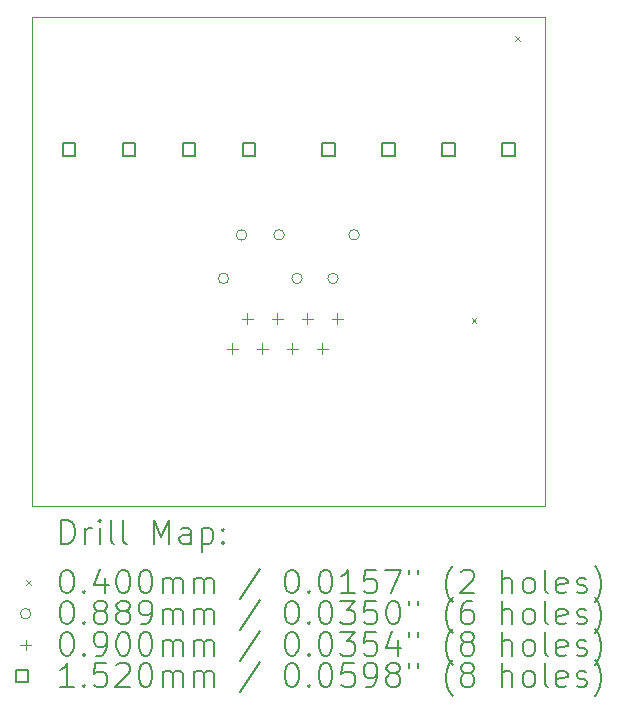
<source format=gbr>
%FSLAX45Y45*%
G04 Gerber Fmt 4.5, Leading zero omitted, Abs format (unit mm)*
G04 Created by KiCad (PCBNEW (6.0.0)) date 2022-08-05 10:14:32*
%MOMM*%
%LPD*%
G01*
G04 APERTURE LIST*
%TA.AperFunction,Profile*%
%ADD10C,0.100000*%
%TD*%
%ADD11C,0.200000*%
%ADD12C,0.040000*%
%ADD13C,0.088900*%
%ADD14C,0.090000*%
%ADD15C,0.152000*%
G04 APERTURE END LIST*
D10*
X9563100Y-11595100D02*
X13906500Y-11595100D01*
X13906500Y-11595100D02*
X13906500Y-15735300D01*
X13906500Y-15735300D02*
X9563100Y-15735300D01*
X9563100Y-15735300D02*
X9563100Y-11595100D01*
D11*
D12*
X13289600Y-14140500D02*
X13329600Y-14180500D01*
X13329600Y-14140500D02*
X13289600Y-14180500D01*
X13657900Y-11752900D02*
X13697900Y-11792900D01*
X13697900Y-11752900D02*
X13657900Y-11792900D01*
D13*
X11233150Y-13804900D02*
G75*
G03*
X11233150Y-13804900I-44450J0D01*
G01*
X11385550Y-13436600D02*
G75*
G03*
X11385550Y-13436600I-44450J0D01*
G01*
X11703050Y-13436600D02*
G75*
G03*
X11703050Y-13436600I-44450J0D01*
G01*
X11855450Y-13804900D02*
G75*
G03*
X11855450Y-13804900I-44450J0D01*
G01*
X12160250Y-13804900D02*
G75*
G03*
X12160250Y-13804900I-44450J0D01*
G01*
X12338050Y-13436600D02*
G75*
G03*
X12338050Y-13436600I-44450J0D01*
G01*
D14*
X11263950Y-14356000D02*
X11263950Y-14446000D01*
X11218950Y-14401000D02*
X11308950Y-14401000D01*
X11390950Y-14102000D02*
X11390950Y-14192000D01*
X11345950Y-14147000D02*
X11435950Y-14147000D01*
X11517950Y-14356000D02*
X11517950Y-14446000D01*
X11472950Y-14401000D02*
X11562950Y-14401000D01*
X11644950Y-14102000D02*
X11644950Y-14192000D01*
X11599950Y-14147000D02*
X11689950Y-14147000D01*
X11771950Y-14356000D02*
X11771950Y-14446000D01*
X11726950Y-14401000D02*
X11816950Y-14401000D01*
X11898950Y-14102000D02*
X11898950Y-14192000D01*
X11853950Y-14147000D02*
X11943950Y-14147000D01*
X12025950Y-14356000D02*
X12025950Y-14446000D01*
X11980950Y-14401000D02*
X12070950Y-14401000D01*
X12152950Y-14102000D02*
X12152950Y-14192000D01*
X12107950Y-14147000D02*
X12197950Y-14147000D01*
D15*
X9934341Y-12766441D02*
X9934341Y-12658959D01*
X9826859Y-12658959D01*
X9826859Y-12766441D01*
X9934341Y-12766441D01*
X10442341Y-12766441D02*
X10442341Y-12658959D01*
X10334859Y-12658959D01*
X10334859Y-12766441D01*
X10442341Y-12766441D01*
X10950341Y-12766441D02*
X10950341Y-12658959D01*
X10842859Y-12658959D01*
X10842859Y-12766441D01*
X10950341Y-12766441D01*
X11458341Y-12766441D02*
X11458341Y-12658959D01*
X11350859Y-12658959D01*
X11350859Y-12766441D01*
X11458341Y-12766441D01*
X12131441Y-12766441D02*
X12131441Y-12658959D01*
X12023959Y-12658959D01*
X12023959Y-12766441D01*
X12131441Y-12766441D01*
X12639441Y-12766441D02*
X12639441Y-12658959D01*
X12531959Y-12658959D01*
X12531959Y-12766441D01*
X12639441Y-12766441D01*
X13147441Y-12766441D02*
X13147441Y-12658959D01*
X13039959Y-12658959D01*
X13039959Y-12766441D01*
X13147441Y-12766441D01*
X13655441Y-12766441D02*
X13655441Y-12658959D01*
X13547959Y-12658959D01*
X13547959Y-12766441D01*
X13655441Y-12766441D01*
D11*
X9815719Y-16050776D02*
X9815719Y-15850776D01*
X9863338Y-15850776D01*
X9891910Y-15860300D01*
X9910957Y-15879348D01*
X9920481Y-15898395D01*
X9930005Y-15936490D01*
X9930005Y-15965062D01*
X9920481Y-16003157D01*
X9910957Y-16022205D01*
X9891910Y-16041252D01*
X9863338Y-16050776D01*
X9815719Y-16050776D01*
X10015719Y-16050776D02*
X10015719Y-15917443D01*
X10015719Y-15955538D02*
X10025243Y-15936490D01*
X10034767Y-15926967D01*
X10053814Y-15917443D01*
X10072862Y-15917443D01*
X10139529Y-16050776D02*
X10139529Y-15917443D01*
X10139529Y-15850776D02*
X10130005Y-15860300D01*
X10139529Y-15869824D01*
X10149052Y-15860300D01*
X10139529Y-15850776D01*
X10139529Y-15869824D01*
X10263338Y-16050776D02*
X10244290Y-16041252D01*
X10234767Y-16022205D01*
X10234767Y-15850776D01*
X10368100Y-16050776D02*
X10349052Y-16041252D01*
X10339529Y-16022205D01*
X10339529Y-15850776D01*
X10596671Y-16050776D02*
X10596671Y-15850776D01*
X10663338Y-15993633D01*
X10730005Y-15850776D01*
X10730005Y-16050776D01*
X10910957Y-16050776D02*
X10910957Y-15946014D01*
X10901433Y-15926967D01*
X10882386Y-15917443D01*
X10844290Y-15917443D01*
X10825243Y-15926967D01*
X10910957Y-16041252D02*
X10891910Y-16050776D01*
X10844290Y-16050776D01*
X10825243Y-16041252D01*
X10815719Y-16022205D01*
X10815719Y-16003157D01*
X10825243Y-15984109D01*
X10844290Y-15974586D01*
X10891910Y-15974586D01*
X10910957Y-15965062D01*
X11006195Y-15917443D02*
X11006195Y-16117443D01*
X11006195Y-15926967D02*
X11025243Y-15917443D01*
X11063338Y-15917443D01*
X11082386Y-15926967D01*
X11091910Y-15936490D01*
X11101433Y-15955538D01*
X11101433Y-16012681D01*
X11091910Y-16031728D01*
X11082386Y-16041252D01*
X11063338Y-16050776D01*
X11025243Y-16050776D01*
X11006195Y-16041252D01*
X11187148Y-16031728D02*
X11196671Y-16041252D01*
X11187148Y-16050776D01*
X11177624Y-16041252D01*
X11187148Y-16031728D01*
X11187148Y-16050776D01*
X11187148Y-15926967D02*
X11196671Y-15936490D01*
X11187148Y-15946014D01*
X11177624Y-15936490D01*
X11187148Y-15926967D01*
X11187148Y-15946014D01*
D12*
X9518100Y-16360300D02*
X9558100Y-16400300D01*
X9558100Y-16360300D02*
X9518100Y-16400300D01*
D11*
X9853814Y-16270776D02*
X9872862Y-16270776D01*
X9891910Y-16280300D01*
X9901433Y-16289824D01*
X9910957Y-16308871D01*
X9920481Y-16346967D01*
X9920481Y-16394586D01*
X9910957Y-16432681D01*
X9901433Y-16451728D01*
X9891910Y-16461252D01*
X9872862Y-16470776D01*
X9853814Y-16470776D01*
X9834767Y-16461252D01*
X9825243Y-16451728D01*
X9815719Y-16432681D01*
X9806195Y-16394586D01*
X9806195Y-16346967D01*
X9815719Y-16308871D01*
X9825243Y-16289824D01*
X9834767Y-16280300D01*
X9853814Y-16270776D01*
X10006195Y-16451728D02*
X10015719Y-16461252D01*
X10006195Y-16470776D01*
X9996671Y-16461252D01*
X10006195Y-16451728D01*
X10006195Y-16470776D01*
X10187148Y-16337443D02*
X10187148Y-16470776D01*
X10139529Y-16261252D02*
X10091910Y-16404109D01*
X10215719Y-16404109D01*
X10330005Y-16270776D02*
X10349052Y-16270776D01*
X10368100Y-16280300D01*
X10377624Y-16289824D01*
X10387148Y-16308871D01*
X10396671Y-16346967D01*
X10396671Y-16394586D01*
X10387148Y-16432681D01*
X10377624Y-16451728D01*
X10368100Y-16461252D01*
X10349052Y-16470776D01*
X10330005Y-16470776D01*
X10310957Y-16461252D01*
X10301433Y-16451728D01*
X10291910Y-16432681D01*
X10282386Y-16394586D01*
X10282386Y-16346967D01*
X10291910Y-16308871D01*
X10301433Y-16289824D01*
X10310957Y-16280300D01*
X10330005Y-16270776D01*
X10520481Y-16270776D02*
X10539529Y-16270776D01*
X10558576Y-16280300D01*
X10568100Y-16289824D01*
X10577624Y-16308871D01*
X10587148Y-16346967D01*
X10587148Y-16394586D01*
X10577624Y-16432681D01*
X10568100Y-16451728D01*
X10558576Y-16461252D01*
X10539529Y-16470776D01*
X10520481Y-16470776D01*
X10501433Y-16461252D01*
X10491910Y-16451728D01*
X10482386Y-16432681D01*
X10472862Y-16394586D01*
X10472862Y-16346967D01*
X10482386Y-16308871D01*
X10491910Y-16289824D01*
X10501433Y-16280300D01*
X10520481Y-16270776D01*
X10672862Y-16470776D02*
X10672862Y-16337443D01*
X10672862Y-16356490D02*
X10682386Y-16346967D01*
X10701433Y-16337443D01*
X10730005Y-16337443D01*
X10749052Y-16346967D01*
X10758576Y-16366014D01*
X10758576Y-16470776D01*
X10758576Y-16366014D02*
X10768100Y-16346967D01*
X10787148Y-16337443D01*
X10815719Y-16337443D01*
X10834767Y-16346967D01*
X10844290Y-16366014D01*
X10844290Y-16470776D01*
X10939529Y-16470776D02*
X10939529Y-16337443D01*
X10939529Y-16356490D02*
X10949052Y-16346967D01*
X10968100Y-16337443D01*
X10996671Y-16337443D01*
X11015719Y-16346967D01*
X11025243Y-16366014D01*
X11025243Y-16470776D01*
X11025243Y-16366014D02*
X11034767Y-16346967D01*
X11053814Y-16337443D01*
X11082386Y-16337443D01*
X11101433Y-16346967D01*
X11110957Y-16366014D01*
X11110957Y-16470776D01*
X11501433Y-16261252D02*
X11330005Y-16518395D01*
X11758576Y-16270776D02*
X11777624Y-16270776D01*
X11796671Y-16280300D01*
X11806195Y-16289824D01*
X11815719Y-16308871D01*
X11825243Y-16346967D01*
X11825243Y-16394586D01*
X11815719Y-16432681D01*
X11806195Y-16451728D01*
X11796671Y-16461252D01*
X11777624Y-16470776D01*
X11758576Y-16470776D01*
X11739528Y-16461252D01*
X11730005Y-16451728D01*
X11720481Y-16432681D01*
X11710957Y-16394586D01*
X11710957Y-16346967D01*
X11720481Y-16308871D01*
X11730005Y-16289824D01*
X11739528Y-16280300D01*
X11758576Y-16270776D01*
X11910957Y-16451728D02*
X11920481Y-16461252D01*
X11910957Y-16470776D01*
X11901433Y-16461252D01*
X11910957Y-16451728D01*
X11910957Y-16470776D01*
X12044290Y-16270776D02*
X12063338Y-16270776D01*
X12082386Y-16280300D01*
X12091909Y-16289824D01*
X12101433Y-16308871D01*
X12110957Y-16346967D01*
X12110957Y-16394586D01*
X12101433Y-16432681D01*
X12091909Y-16451728D01*
X12082386Y-16461252D01*
X12063338Y-16470776D01*
X12044290Y-16470776D01*
X12025243Y-16461252D01*
X12015719Y-16451728D01*
X12006195Y-16432681D01*
X11996671Y-16394586D01*
X11996671Y-16346967D01*
X12006195Y-16308871D01*
X12015719Y-16289824D01*
X12025243Y-16280300D01*
X12044290Y-16270776D01*
X12301433Y-16470776D02*
X12187148Y-16470776D01*
X12244290Y-16470776D02*
X12244290Y-16270776D01*
X12225243Y-16299348D01*
X12206195Y-16318395D01*
X12187148Y-16327919D01*
X12482386Y-16270776D02*
X12387148Y-16270776D01*
X12377624Y-16366014D01*
X12387148Y-16356490D01*
X12406195Y-16346967D01*
X12453814Y-16346967D01*
X12472862Y-16356490D01*
X12482386Y-16366014D01*
X12491909Y-16385062D01*
X12491909Y-16432681D01*
X12482386Y-16451728D01*
X12472862Y-16461252D01*
X12453814Y-16470776D01*
X12406195Y-16470776D01*
X12387148Y-16461252D01*
X12377624Y-16451728D01*
X12558576Y-16270776D02*
X12691909Y-16270776D01*
X12606195Y-16470776D01*
X12758576Y-16270776D02*
X12758576Y-16308871D01*
X12834767Y-16270776D02*
X12834767Y-16308871D01*
X13130005Y-16546967D02*
X13120481Y-16537443D01*
X13101433Y-16508871D01*
X13091909Y-16489824D01*
X13082386Y-16461252D01*
X13072862Y-16413633D01*
X13072862Y-16375538D01*
X13082386Y-16327919D01*
X13091909Y-16299348D01*
X13101433Y-16280300D01*
X13120481Y-16251728D01*
X13130005Y-16242205D01*
X13196671Y-16289824D02*
X13206195Y-16280300D01*
X13225243Y-16270776D01*
X13272862Y-16270776D01*
X13291909Y-16280300D01*
X13301433Y-16289824D01*
X13310957Y-16308871D01*
X13310957Y-16327919D01*
X13301433Y-16356490D01*
X13187148Y-16470776D01*
X13310957Y-16470776D01*
X13549052Y-16470776D02*
X13549052Y-16270776D01*
X13634767Y-16470776D02*
X13634767Y-16366014D01*
X13625243Y-16346967D01*
X13606195Y-16337443D01*
X13577624Y-16337443D01*
X13558576Y-16346967D01*
X13549052Y-16356490D01*
X13758576Y-16470776D02*
X13739528Y-16461252D01*
X13730005Y-16451728D01*
X13720481Y-16432681D01*
X13720481Y-16375538D01*
X13730005Y-16356490D01*
X13739528Y-16346967D01*
X13758576Y-16337443D01*
X13787148Y-16337443D01*
X13806195Y-16346967D01*
X13815719Y-16356490D01*
X13825243Y-16375538D01*
X13825243Y-16432681D01*
X13815719Y-16451728D01*
X13806195Y-16461252D01*
X13787148Y-16470776D01*
X13758576Y-16470776D01*
X13939528Y-16470776D02*
X13920481Y-16461252D01*
X13910957Y-16442205D01*
X13910957Y-16270776D01*
X14091909Y-16461252D02*
X14072862Y-16470776D01*
X14034767Y-16470776D01*
X14015719Y-16461252D01*
X14006195Y-16442205D01*
X14006195Y-16366014D01*
X14015719Y-16346967D01*
X14034767Y-16337443D01*
X14072862Y-16337443D01*
X14091909Y-16346967D01*
X14101433Y-16366014D01*
X14101433Y-16385062D01*
X14006195Y-16404109D01*
X14177624Y-16461252D02*
X14196671Y-16470776D01*
X14234767Y-16470776D01*
X14253814Y-16461252D01*
X14263338Y-16442205D01*
X14263338Y-16432681D01*
X14253814Y-16413633D01*
X14234767Y-16404109D01*
X14206195Y-16404109D01*
X14187148Y-16394586D01*
X14177624Y-16375538D01*
X14177624Y-16366014D01*
X14187148Y-16346967D01*
X14206195Y-16337443D01*
X14234767Y-16337443D01*
X14253814Y-16346967D01*
X14330005Y-16546967D02*
X14339528Y-16537443D01*
X14358576Y-16508871D01*
X14368100Y-16489824D01*
X14377624Y-16461252D01*
X14387148Y-16413633D01*
X14387148Y-16375538D01*
X14377624Y-16327919D01*
X14368100Y-16299348D01*
X14358576Y-16280300D01*
X14339528Y-16251728D01*
X14330005Y-16242205D01*
D13*
X9558100Y-16644300D02*
G75*
G03*
X9558100Y-16644300I-44450J0D01*
G01*
D11*
X9853814Y-16534776D02*
X9872862Y-16534776D01*
X9891910Y-16544300D01*
X9901433Y-16553824D01*
X9910957Y-16572871D01*
X9920481Y-16610967D01*
X9920481Y-16658586D01*
X9910957Y-16696681D01*
X9901433Y-16715728D01*
X9891910Y-16725252D01*
X9872862Y-16734776D01*
X9853814Y-16734776D01*
X9834767Y-16725252D01*
X9825243Y-16715728D01*
X9815719Y-16696681D01*
X9806195Y-16658586D01*
X9806195Y-16610967D01*
X9815719Y-16572871D01*
X9825243Y-16553824D01*
X9834767Y-16544300D01*
X9853814Y-16534776D01*
X10006195Y-16715728D02*
X10015719Y-16725252D01*
X10006195Y-16734776D01*
X9996671Y-16725252D01*
X10006195Y-16715728D01*
X10006195Y-16734776D01*
X10130005Y-16620490D02*
X10110957Y-16610967D01*
X10101433Y-16601443D01*
X10091910Y-16582395D01*
X10091910Y-16572871D01*
X10101433Y-16553824D01*
X10110957Y-16544300D01*
X10130005Y-16534776D01*
X10168100Y-16534776D01*
X10187148Y-16544300D01*
X10196671Y-16553824D01*
X10206195Y-16572871D01*
X10206195Y-16582395D01*
X10196671Y-16601443D01*
X10187148Y-16610967D01*
X10168100Y-16620490D01*
X10130005Y-16620490D01*
X10110957Y-16630014D01*
X10101433Y-16639538D01*
X10091910Y-16658586D01*
X10091910Y-16696681D01*
X10101433Y-16715728D01*
X10110957Y-16725252D01*
X10130005Y-16734776D01*
X10168100Y-16734776D01*
X10187148Y-16725252D01*
X10196671Y-16715728D01*
X10206195Y-16696681D01*
X10206195Y-16658586D01*
X10196671Y-16639538D01*
X10187148Y-16630014D01*
X10168100Y-16620490D01*
X10320481Y-16620490D02*
X10301433Y-16610967D01*
X10291910Y-16601443D01*
X10282386Y-16582395D01*
X10282386Y-16572871D01*
X10291910Y-16553824D01*
X10301433Y-16544300D01*
X10320481Y-16534776D01*
X10358576Y-16534776D01*
X10377624Y-16544300D01*
X10387148Y-16553824D01*
X10396671Y-16572871D01*
X10396671Y-16582395D01*
X10387148Y-16601443D01*
X10377624Y-16610967D01*
X10358576Y-16620490D01*
X10320481Y-16620490D01*
X10301433Y-16630014D01*
X10291910Y-16639538D01*
X10282386Y-16658586D01*
X10282386Y-16696681D01*
X10291910Y-16715728D01*
X10301433Y-16725252D01*
X10320481Y-16734776D01*
X10358576Y-16734776D01*
X10377624Y-16725252D01*
X10387148Y-16715728D01*
X10396671Y-16696681D01*
X10396671Y-16658586D01*
X10387148Y-16639538D01*
X10377624Y-16630014D01*
X10358576Y-16620490D01*
X10491910Y-16734776D02*
X10530005Y-16734776D01*
X10549052Y-16725252D01*
X10558576Y-16715728D01*
X10577624Y-16687157D01*
X10587148Y-16649062D01*
X10587148Y-16572871D01*
X10577624Y-16553824D01*
X10568100Y-16544300D01*
X10549052Y-16534776D01*
X10510957Y-16534776D01*
X10491910Y-16544300D01*
X10482386Y-16553824D01*
X10472862Y-16572871D01*
X10472862Y-16620490D01*
X10482386Y-16639538D01*
X10491910Y-16649062D01*
X10510957Y-16658586D01*
X10549052Y-16658586D01*
X10568100Y-16649062D01*
X10577624Y-16639538D01*
X10587148Y-16620490D01*
X10672862Y-16734776D02*
X10672862Y-16601443D01*
X10672862Y-16620490D02*
X10682386Y-16610967D01*
X10701433Y-16601443D01*
X10730005Y-16601443D01*
X10749052Y-16610967D01*
X10758576Y-16630014D01*
X10758576Y-16734776D01*
X10758576Y-16630014D02*
X10768100Y-16610967D01*
X10787148Y-16601443D01*
X10815719Y-16601443D01*
X10834767Y-16610967D01*
X10844290Y-16630014D01*
X10844290Y-16734776D01*
X10939529Y-16734776D02*
X10939529Y-16601443D01*
X10939529Y-16620490D02*
X10949052Y-16610967D01*
X10968100Y-16601443D01*
X10996671Y-16601443D01*
X11015719Y-16610967D01*
X11025243Y-16630014D01*
X11025243Y-16734776D01*
X11025243Y-16630014D02*
X11034767Y-16610967D01*
X11053814Y-16601443D01*
X11082386Y-16601443D01*
X11101433Y-16610967D01*
X11110957Y-16630014D01*
X11110957Y-16734776D01*
X11501433Y-16525252D02*
X11330005Y-16782395D01*
X11758576Y-16534776D02*
X11777624Y-16534776D01*
X11796671Y-16544300D01*
X11806195Y-16553824D01*
X11815719Y-16572871D01*
X11825243Y-16610967D01*
X11825243Y-16658586D01*
X11815719Y-16696681D01*
X11806195Y-16715728D01*
X11796671Y-16725252D01*
X11777624Y-16734776D01*
X11758576Y-16734776D01*
X11739528Y-16725252D01*
X11730005Y-16715728D01*
X11720481Y-16696681D01*
X11710957Y-16658586D01*
X11710957Y-16610967D01*
X11720481Y-16572871D01*
X11730005Y-16553824D01*
X11739528Y-16544300D01*
X11758576Y-16534776D01*
X11910957Y-16715728D02*
X11920481Y-16725252D01*
X11910957Y-16734776D01*
X11901433Y-16725252D01*
X11910957Y-16715728D01*
X11910957Y-16734776D01*
X12044290Y-16534776D02*
X12063338Y-16534776D01*
X12082386Y-16544300D01*
X12091909Y-16553824D01*
X12101433Y-16572871D01*
X12110957Y-16610967D01*
X12110957Y-16658586D01*
X12101433Y-16696681D01*
X12091909Y-16715728D01*
X12082386Y-16725252D01*
X12063338Y-16734776D01*
X12044290Y-16734776D01*
X12025243Y-16725252D01*
X12015719Y-16715728D01*
X12006195Y-16696681D01*
X11996671Y-16658586D01*
X11996671Y-16610967D01*
X12006195Y-16572871D01*
X12015719Y-16553824D01*
X12025243Y-16544300D01*
X12044290Y-16534776D01*
X12177624Y-16534776D02*
X12301433Y-16534776D01*
X12234767Y-16610967D01*
X12263338Y-16610967D01*
X12282386Y-16620490D01*
X12291909Y-16630014D01*
X12301433Y-16649062D01*
X12301433Y-16696681D01*
X12291909Y-16715728D01*
X12282386Y-16725252D01*
X12263338Y-16734776D01*
X12206195Y-16734776D01*
X12187148Y-16725252D01*
X12177624Y-16715728D01*
X12482386Y-16534776D02*
X12387148Y-16534776D01*
X12377624Y-16630014D01*
X12387148Y-16620490D01*
X12406195Y-16610967D01*
X12453814Y-16610967D01*
X12472862Y-16620490D01*
X12482386Y-16630014D01*
X12491909Y-16649062D01*
X12491909Y-16696681D01*
X12482386Y-16715728D01*
X12472862Y-16725252D01*
X12453814Y-16734776D01*
X12406195Y-16734776D01*
X12387148Y-16725252D01*
X12377624Y-16715728D01*
X12615719Y-16534776D02*
X12634767Y-16534776D01*
X12653814Y-16544300D01*
X12663338Y-16553824D01*
X12672862Y-16572871D01*
X12682386Y-16610967D01*
X12682386Y-16658586D01*
X12672862Y-16696681D01*
X12663338Y-16715728D01*
X12653814Y-16725252D01*
X12634767Y-16734776D01*
X12615719Y-16734776D01*
X12596671Y-16725252D01*
X12587148Y-16715728D01*
X12577624Y-16696681D01*
X12568100Y-16658586D01*
X12568100Y-16610967D01*
X12577624Y-16572871D01*
X12587148Y-16553824D01*
X12596671Y-16544300D01*
X12615719Y-16534776D01*
X12758576Y-16534776D02*
X12758576Y-16572871D01*
X12834767Y-16534776D02*
X12834767Y-16572871D01*
X13130005Y-16810967D02*
X13120481Y-16801443D01*
X13101433Y-16772871D01*
X13091909Y-16753824D01*
X13082386Y-16725252D01*
X13072862Y-16677633D01*
X13072862Y-16639538D01*
X13082386Y-16591919D01*
X13091909Y-16563348D01*
X13101433Y-16544300D01*
X13120481Y-16515728D01*
X13130005Y-16506205D01*
X13291909Y-16534776D02*
X13253814Y-16534776D01*
X13234767Y-16544300D01*
X13225243Y-16553824D01*
X13206195Y-16582395D01*
X13196671Y-16620490D01*
X13196671Y-16696681D01*
X13206195Y-16715728D01*
X13215719Y-16725252D01*
X13234767Y-16734776D01*
X13272862Y-16734776D01*
X13291909Y-16725252D01*
X13301433Y-16715728D01*
X13310957Y-16696681D01*
X13310957Y-16649062D01*
X13301433Y-16630014D01*
X13291909Y-16620490D01*
X13272862Y-16610967D01*
X13234767Y-16610967D01*
X13215719Y-16620490D01*
X13206195Y-16630014D01*
X13196671Y-16649062D01*
X13549052Y-16734776D02*
X13549052Y-16534776D01*
X13634767Y-16734776D02*
X13634767Y-16630014D01*
X13625243Y-16610967D01*
X13606195Y-16601443D01*
X13577624Y-16601443D01*
X13558576Y-16610967D01*
X13549052Y-16620490D01*
X13758576Y-16734776D02*
X13739528Y-16725252D01*
X13730005Y-16715728D01*
X13720481Y-16696681D01*
X13720481Y-16639538D01*
X13730005Y-16620490D01*
X13739528Y-16610967D01*
X13758576Y-16601443D01*
X13787148Y-16601443D01*
X13806195Y-16610967D01*
X13815719Y-16620490D01*
X13825243Y-16639538D01*
X13825243Y-16696681D01*
X13815719Y-16715728D01*
X13806195Y-16725252D01*
X13787148Y-16734776D01*
X13758576Y-16734776D01*
X13939528Y-16734776D02*
X13920481Y-16725252D01*
X13910957Y-16706205D01*
X13910957Y-16534776D01*
X14091909Y-16725252D02*
X14072862Y-16734776D01*
X14034767Y-16734776D01*
X14015719Y-16725252D01*
X14006195Y-16706205D01*
X14006195Y-16630014D01*
X14015719Y-16610967D01*
X14034767Y-16601443D01*
X14072862Y-16601443D01*
X14091909Y-16610967D01*
X14101433Y-16630014D01*
X14101433Y-16649062D01*
X14006195Y-16668109D01*
X14177624Y-16725252D02*
X14196671Y-16734776D01*
X14234767Y-16734776D01*
X14253814Y-16725252D01*
X14263338Y-16706205D01*
X14263338Y-16696681D01*
X14253814Y-16677633D01*
X14234767Y-16668109D01*
X14206195Y-16668109D01*
X14187148Y-16658586D01*
X14177624Y-16639538D01*
X14177624Y-16630014D01*
X14187148Y-16610967D01*
X14206195Y-16601443D01*
X14234767Y-16601443D01*
X14253814Y-16610967D01*
X14330005Y-16810967D02*
X14339528Y-16801443D01*
X14358576Y-16772871D01*
X14368100Y-16753824D01*
X14377624Y-16725252D01*
X14387148Y-16677633D01*
X14387148Y-16639538D01*
X14377624Y-16591919D01*
X14368100Y-16563348D01*
X14358576Y-16544300D01*
X14339528Y-16515728D01*
X14330005Y-16506205D01*
D14*
X9513100Y-16863300D02*
X9513100Y-16953300D01*
X9468100Y-16908300D02*
X9558100Y-16908300D01*
D11*
X9853814Y-16798776D02*
X9872862Y-16798776D01*
X9891910Y-16808300D01*
X9901433Y-16817824D01*
X9910957Y-16836871D01*
X9920481Y-16874967D01*
X9920481Y-16922586D01*
X9910957Y-16960681D01*
X9901433Y-16979729D01*
X9891910Y-16989252D01*
X9872862Y-16998776D01*
X9853814Y-16998776D01*
X9834767Y-16989252D01*
X9825243Y-16979729D01*
X9815719Y-16960681D01*
X9806195Y-16922586D01*
X9806195Y-16874967D01*
X9815719Y-16836871D01*
X9825243Y-16817824D01*
X9834767Y-16808300D01*
X9853814Y-16798776D01*
X10006195Y-16979729D02*
X10015719Y-16989252D01*
X10006195Y-16998776D01*
X9996671Y-16989252D01*
X10006195Y-16979729D01*
X10006195Y-16998776D01*
X10110957Y-16998776D02*
X10149052Y-16998776D01*
X10168100Y-16989252D01*
X10177624Y-16979729D01*
X10196671Y-16951157D01*
X10206195Y-16913062D01*
X10206195Y-16836871D01*
X10196671Y-16817824D01*
X10187148Y-16808300D01*
X10168100Y-16798776D01*
X10130005Y-16798776D01*
X10110957Y-16808300D01*
X10101433Y-16817824D01*
X10091910Y-16836871D01*
X10091910Y-16884490D01*
X10101433Y-16903538D01*
X10110957Y-16913062D01*
X10130005Y-16922586D01*
X10168100Y-16922586D01*
X10187148Y-16913062D01*
X10196671Y-16903538D01*
X10206195Y-16884490D01*
X10330005Y-16798776D02*
X10349052Y-16798776D01*
X10368100Y-16808300D01*
X10377624Y-16817824D01*
X10387148Y-16836871D01*
X10396671Y-16874967D01*
X10396671Y-16922586D01*
X10387148Y-16960681D01*
X10377624Y-16979729D01*
X10368100Y-16989252D01*
X10349052Y-16998776D01*
X10330005Y-16998776D01*
X10310957Y-16989252D01*
X10301433Y-16979729D01*
X10291910Y-16960681D01*
X10282386Y-16922586D01*
X10282386Y-16874967D01*
X10291910Y-16836871D01*
X10301433Y-16817824D01*
X10310957Y-16808300D01*
X10330005Y-16798776D01*
X10520481Y-16798776D02*
X10539529Y-16798776D01*
X10558576Y-16808300D01*
X10568100Y-16817824D01*
X10577624Y-16836871D01*
X10587148Y-16874967D01*
X10587148Y-16922586D01*
X10577624Y-16960681D01*
X10568100Y-16979729D01*
X10558576Y-16989252D01*
X10539529Y-16998776D01*
X10520481Y-16998776D01*
X10501433Y-16989252D01*
X10491910Y-16979729D01*
X10482386Y-16960681D01*
X10472862Y-16922586D01*
X10472862Y-16874967D01*
X10482386Y-16836871D01*
X10491910Y-16817824D01*
X10501433Y-16808300D01*
X10520481Y-16798776D01*
X10672862Y-16998776D02*
X10672862Y-16865443D01*
X10672862Y-16884490D02*
X10682386Y-16874967D01*
X10701433Y-16865443D01*
X10730005Y-16865443D01*
X10749052Y-16874967D01*
X10758576Y-16894014D01*
X10758576Y-16998776D01*
X10758576Y-16894014D02*
X10768100Y-16874967D01*
X10787148Y-16865443D01*
X10815719Y-16865443D01*
X10834767Y-16874967D01*
X10844290Y-16894014D01*
X10844290Y-16998776D01*
X10939529Y-16998776D02*
X10939529Y-16865443D01*
X10939529Y-16884490D02*
X10949052Y-16874967D01*
X10968100Y-16865443D01*
X10996671Y-16865443D01*
X11015719Y-16874967D01*
X11025243Y-16894014D01*
X11025243Y-16998776D01*
X11025243Y-16894014D02*
X11034767Y-16874967D01*
X11053814Y-16865443D01*
X11082386Y-16865443D01*
X11101433Y-16874967D01*
X11110957Y-16894014D01*
X11110957Y-16998776D01*
X11501433Y-16789252D02*
X11330005Y-17046395D01*
X11758576Y-16798776D02*
X11777624Y-16798776D01*
X11796671Y-16808300D01*
X11806195Y-16817824D01*
X11815719Y-16836871D01*
X11825243Y-16874967D01*
X11825243Y-16922586D01*
X11815719Y-16960681D01*
X11806195Y-16979729D01*
X11796671Y-16989252D01*
X11777624Y-16998776D01*
X11758576Y-16998776D01*
X11739528Y-16989252D01*
X11730005Y-16979729D01*
X11720481Y-16960681D01*
X11710957Y-16922586D01*
X11710957Y-16874967D01*
X11720481Y-16836871D01*
X11730005Y-16817824D01*
X11739528Y-16808300D01*
X11758576Y-16798776D01*
X11910957Y-16979729D02*
X11920481Y-16989252D01*
X11910957Y-16998776D01*
X11901433Y-16989252D01*
X11910957Y-16979729D01*
X11910957Y-16998776D01*
X12044290Y-16798776D02*
X12063338Y-16798776D01*
X12082386Y-16808300D01*
X12091909Y-16817824D01*
X12101433Y-16836871D01*
X12110957Y-16874967D01*
X12110957Y-16922586D01*
X12101433Y-16960681D01*
X12091909Y-16979729D01*
X12082386Y-16989252D01*
X12063338Y-16998776D01*
X12044290Y-16998776D01*
X12025243Y-16989252D01*
X12015719Y-16979729D01*
X12006195Y-16960681D01*
X11996671Y-16922586D01*
X11996671Y-16874967D01*
X12006195Y-16836871D01*
X12015719Y-16817824D01*
X12025243Y-16808300D01*
X12044290Y-16798776D01*
X12177624Y-16798776D02*
X12301433Y-16798776D01*
X12234767Y-16874967D01*
X12263338Y-16874967D01*
X12282386Y-16884490D01*
X12291909Y-16894014D01*
X12301433Y-16913062D01*
X12301433Y-16960681D01*
X12291909Y-16979729D01*
X12282386Y-16989252D01*
X12263338Y-16998776D01*
X12206195Y-16998776D01*
X12187148Y-16989252D01*
X12177624Y-16979729D01*
X12482386Y-16798776D02*
X12387148Y-16798776D01*
X12377624Y-16894014D01*
X12387148Y-16884490D01*
X12406195Y-16874967D01*
X12453814Y-16874967D01*
X12472862Y-16884490D01*
X12482386Y-16894014D01*
X12491909Y-16913062D01*
X12491909Y-16960681D01*
X12482386Y-16979729D01*
X12472862Y-16989252D01*
X12453814Y-16998776D01*
X12406195Y-16998776D01*
X12387148Y-16989252D01*
X12377624Y-16979729D01*
X12663338Y-16865443D02*
X12663338Y-16998776D01*
X12615719Y-16789252D02*
X12568100Y-16932110D01*
X12691909Y-16932110D01*
X12758576Y-16798776D02*
X12758576Y-16836871D01*
X12834767Y-16798776D02*
X12834767Y-16836871D01*
X13130005Y-17074967D02*
X13120481Y-17065443D01*
X13101433Y-17036871D01*
X13091909Y-17017824D01*
X13082386Y-16989252D01*
X13072862Y-16941633D01*
X13072862Y-16903538D01*
X13082386Y-16855919D01*
X13091909Y-16827348D01*
X13101433Y-16808300D01*
X13120481Y-16779729D01*
X13130005Y-16770205D01*
X13234767Y-16884490D02*
X13215719Y-16874967D01*
X13206195Y-16865443D01*
X13196671Y-16846395D01*
X13196671Y-16836871D01*
X13206195Y-16817824D01*
X13215719Y-16808300D01*
X13234767Y-16798776D01*
X13272862Y-16798776D01*
X13291909Y-16808300D01*
X13301433Y-16817824D01*
X13310957Y-16836871D01*
X13310957Y-16846395D01*
X13301433Y-16865443D01*
X13291909Y-16874967D01*
X13272862Y-16884490D01*
X13234767Y-16884490D01*
X13215719Y-16894014D01*
X13206195Y-16903538D01*
X13196671Y-16922586D01*
X13196671Y-16960681D01*
X13206195Y-16979729D01*
X13215719Y-16989252D01*
X13234767Y-16998776D01*
X13272862Y-16998776D01*
X13291909Y-16989252D01*
X13301433Y-16979729D01*
X13310957Y-16960681D01*
X13310957Y-16922586D01*
X13301433Y-16903538D01*
X13291909Y-16894014D01*
X13272862Y-16884490D01*
X13549052Y-16998776D02*
X13549052Y-16798776D01*
X13634767Y-16998776D02*
X13634767Y-16894014D01*
X13625243Y-16874967D01*
X13606195Y-16865443D01*
X13577624Y-16865443D01*
X13558576Y-16874967D01*
X13549052Y-16884490D01*
X13758576Y-16998776D02*
X13739528Y-16989252D01*
X13730005Y-16979729D01*
X13720481Y-16960681D01*
X13720481Y-16903538D01*
X13730005Y-16884490D01*
X13739528Y-16874967D01*
X13758576Y-16865443D01*
X13787148Y-16865443D01*
X13806195Y-16874967D01*
X13815719Y-16884490D01*
X13825243Y-16903538D01*
X13825243Y-16960681D01*
X13815719Y-16979729D01*
X13806195Y-16989252D01*
X13787148Y-16998776D01*
X13758576Y-16998776D01*
X13939528Y-16998776D02*
X13920481Y-16989252D01*
X13910957Y-16970205D01*
X13910957Y-16798776D01*
X14091909Y-16989252D02*
X14072862Y-16998776D01*
X14034767Y-16998776D01*
X14015719Y-16989252D01*
X14006195Y-16970205D01*
X14006195Y-16894014D01*
X14015719Y-16874967D01*
X14034767Y-16865443D01*
X14072862Y-16865443D01*
X14091909Y-16874967D01*
X14101433Y-16894014D01*
X14101433Y-16913062D01*
X14006195Y-16932110D01*
X14177624Y-16989252D02*
X14196671Y-16998776D01*
X14234767Y-16998776D01*
X14253814Y-16989252D01*
X14263338Y-16970205D01*
X14263338Y-16960681D01*
X14253814Y-16941633D01*
X14234767Y-16932110D01*
X14206195Y-16932110D01*
X14187148Y-16922586D01*
X14177624Y-16903538D01*
X14177624Y-16894014D01*
X14187148Y-16874967D01*
X14206195Y-16865443D01*
X14234767Y-16865443D01*
X14253814Y-16874967D01*
X14330005Y-17074967D02*
X14339528Y-17065443D01*
X14358576Y-17036871D01*
X14368100Y-17017824D01*
X14377624Y-16989252D01*
X14387148Y-16941633D01*
X14387148Y-16903538D01*
X14377624Y-16855919D01*
X14368100Y-16827348D01*
X14358576Y-16808300D01*
X14339528Y-16779729D01*
X14330005Y-16770205D01*
D15*
X9535841Y-17226041D02*
X9535841Y-17118559D01*
X9428359Y-17118559D01*
X9428359Y-17226041D01*
X9535841Y-17226041D01*
D11*
X9920481Y-17262776D02*
X9806195Y-17262776D01*
X9863338Y-17262776D02*
X9863338Y-17062776D01*
X9844290Y-17091348D01*
X9825243Y-17110395D01*
X9806195Y-17119919D01*
X10006195Y-17243729D02*
X10015719Y-17253252D01*
X10006195Y-17262776D01*
X9996671Y-17253252D01*
X10006195Y-17243729D01*
X10006195Y-17262776D01*
X10196671Y-17062776D02*
X10101433Y-17062776D01*
X10091910Y-17158014D01*
X10101433Y-17148490D01*
X10120481Y-17138967D01*
X10168100Y-17138967D01*
X10187148Y-17148490D01*
X10196671Y-17158014D01*
X10206195Y-17177062D01*
X10206195Y-17224681D01*
X10196671Y-17243729D01*
X10187148Y-17253252D01*
X10168100Y-17262776D01*
X10120481Y-17262776D01*
X10101433Y-17253252D01*
X10091910Y-17243729D01*
X10282386Y-17081824D02*
X10291910Y-17072300D01*
X10310957Y-17062776D01*
X10358576Y-17062776D01*
X10377624Y-17072300D01*
X10387148Y-17081824D01*
X10396671Y-17100871D01*
X10396671Y-17119919D01*
X10387148Y-17148490D01*
X10272862Y-17262776D01*
X10396671Y-17262776D01*
X10520481Y-17062776D02*
X10539529Y-17062776D01*
X10558576Y-17072300D01*
X10568100Y-17081824D01*
X10577624Y-17100871D01*
X10587148Y-17138967D01*
X10587148Y-17186586D01*
X10577624Y-17224681D01*
X10568100Y-17243729D01*
X10558576Y-17253252D01*
X10539529Y-17262776D01*
X10520481Y-17262776D01*
X10501433Y-17253252D01*
X10491910Y-17243729D01*
X10482386Y-17224681D01*
X10472862Y-17186586D01*
X10472862Y-17138967D01*
X10482386Y-17100871D01*
X10491910Y-17081824D01*
X10501433Y-17072300D01*
X10520481Y-17062776D01*
X10672862Y-17262776D02*
X10672862Y-17129443D01*
X10672862Y-17148490D02*
X10682386Y-17138967D01*
X10701433Y-17129443D01*
X10730005Y-17129443D01*
X10749052Y-17138967D01*
X10758576Y-17158014D01*
X10758576Y-17262776D01*
X10758576Y-17158014D02*
X10768100Y-17138967D01*
X10787148Y-17129443D01*
X10815719Y-17129443D01*
X10834767Y-17138967D01*
X10844290Y-17158014D01*
X10844290Y-17262776D01*
X10939529Y-17262776D02*
X10939529Y-17129443D01*
X10939529Y-17148490D02*
X10949052Y-17138967D01*
X10968100Y-17129443D01*
X10996671Y-17129443D01*
X11015719Y-17138967D01*
X11025243Y-17158014D01*
X11025243Y-17262776D01*
X11025243Y-17158014D02*
X11034767Y-17138967D01*
X11053814Y-17129443D01*
X11082386Y-17129443D01*
X11101433Y-17138967D01*
X11110957Y-17158014D01*
X11110957Y-17262776D01*
X11501433Y-17053252D02*
X11330005Y-17310395D01*
X11758576Y-17062776D02*
X11777624Y-17062776D01*
X11796671Y-17072300D01*
X11806195Y-17081824D01*
X11815719Y-17100871D01*
X11825243Y-17138967D01*
X11825243Y-17186586D01*
X11815719Y-17224681D01*
X11806195Y-17243729D01*
X11796671Y-17253252D01*
X11777624Y-17262776D01*
X11758576Y-17262776D01*
X11739528Y-17253252D01*
X11730005Y-17243729D01*
X11720481Y-17224681D01*
X11710957Y-17186586D01*
X11710957Y-17138967D01*
X11720481Y-17100871D01*
X11730005Y-17081824D01*
X11739528Y-17072300D01*
X11758576Y-17062776D01*
X11910957Y-17243729D02*
X11920481Y-17253252D01*
X11910957Y-17262776D01*
X11901433Y-17253252D01*
X11910957Y-17243729D01*
X11910957Y-17262776D01*
X12044290Y-17062776D02*
X12063338Y-17062776D01*
X12082386Y-17072300D01*
X12091909Y-17081824D01*
X12101433Y-17100871D01*
X12110957Y-17138967D01*
X12110957Y-17186586D01*
X12101433Y-17224681D01*
X12091909Y-17243729D01*
X12082386Y-17253252D01*
X12063338Y-17262776D01*
X12044290Y-17262776D01*
X12025243Y-17253252D01*
X12015719Y-17243729D01*
X12006195Y-17224681D01*
X11996671Y-17186586D01*
X11996671Y-17138967D01*
X12006195Y-17100871D01*
X12015719Y-17081824D01*
X12025243Y-17072300D01*
X12044290Y-17062776D01*
X12291909Y-17062776D02*
X12196671Y-17062776D01*
X12187148Y-17158014D01*
X12196671Y-17148490D01*
X12215719Y-17138967D01*
X12263338Y-17138967D01*
X12282386Y-17148490D01*
X12291909Y-17158014D01*
X12301433Y-17177062D01*
X12301433Y-17224681D01*
X12291909Y-17243729D01*
X12282386Y-17253252D01*
X12263338Y-17262776D01*
X12215719Y-17262776D01*
X12196671Y-17253252D01*
X12187148Y-17243729D01*
X12396671Y-17262776D02*
X12434767Y-17262776D01*
X12453814Y-17253252D01*
X12463338Y-17243729D01*
X12482386Y-17215157D01*
X12491909Y-17177062D01*
X12491909Y-17100871D01*
X12482386Y-17081824D01*
X12472862Y-17072300D01*
X12453814Y-17062776D01*
X12415719Y-17062776D01*
X12396671Y-17072300D01*
X12387148Y-17081824D01*
X12377624Y-17100871D01*
X12377624Y-17148490D01*
X12387148Y-17167538D01*
X12396671Y-17177062D01*
X12415719Y-17186586D01*
X12453814Y-17186586D01*
X12472862Y-17177062D01*
X12482386Y-17167538D01*
X12491909Y-17148490D01*
X12606195Y-17148490D02*
X12587148Y-17138967D01*
X12577624Y-17129443D01*
X12568100Y-17110395D01*
X12568100Y-17100871D01*
X12577624Y-17081824D01*
X12587148Y-17072300D01*
X12606195Y-17062776D01*
X12644290Y-17062776D01*
X12663338Y-17072300D01*
X12672862Y-17081824D01*
X12682386Y-17100871D01*
X12682386Y-17110395D01*
X12672862Y-17129443D01*
X12663338Y-17138967D01*
X12644290Y-17148490D01*
X12606195Y-17148490D01*
X12587148Y-17158014D01*
X12577624Y-17167538D01*
X12568100Y-17186586D01*
X12568100Y-17224681D01*
X12577624Y-17243729D01*
X12587148Y-17253252D01*
X12606195Y-17262776D01*
X12644290Y-17262776D01*
X12663338Y-17253252D01*
X12672862Y-17243729D01*
X12682386Y-17224681D01*
X12682386Y-17186586D01*
X12672862Y-17167538D01*
X12663338Y-17158014D01*
X12644290Y-17148490D01*
X12758576Y-17062776D02*
X12758576Y-17100871D01*
X12834767Y-17062776D02*
X12834767Y-17100871D01*
X13130005Y-17338967D02*
X13120481Y-17329443D01*
X13101433Y-17300871D01*
X13091909Y-17281824D01*
X13082386Y-17253252D01*
X13072862Y-17205633D01*
X13072862Y-17167538D01*
X13082386Y-17119919D01*
X13091909Y-17091348D01*
X13101433Y-17072300D01*
X13120481Y-17043729D01*
X13130005Y-17034205D01*
X13234767Y-17148490D02*
X13215719Y-17138967D01*
X13206195Y-17129443D01*
X13196671Y-17110395D01*
X13196671Y-17100871D01*
X13206195Y-17081824D01*
X13215719Y-17072300D01*
X13234767Y-17062776D01*
X13272862Y-17062776D01*
X13291909Y-17072300D01*
X13301433Y-17081824D01*
X13310957Y-17100871D01*
X13310957Y-17110395D01*
X13301433Y-17129443D01*
X13291909Y-17138967D01*
X13272862Y-17148490D01*
X13234767Y-17148490D01*
X13215719Y-17158014D01*
X13206195Y-17167538D01*
X13196671Y-17186586D01*
X13196671Y-17224681D01*
X13206195Y-17243729D01*
X13215719Y-17253252D01*
X13234767Y-17262776D01*
X13272862Y-17262776D01*
X13291909Y-17253252D01*
X13301433Y-17243729D01*
X13310957Y-17224681D01*
X13310957Y-17186586D01*
X13301433Y-17167538D01*
X13291909Y-17158014D01*
X13272862Y-17148490D01*
X13549052Y-17262776D02*
X13549052Y-17062776D01*
X13634767Y-17262776D02*
X13634767Y-17158014D01*
X13625243Y-17138967D01*
X13606195Y-17129443D01*
X13577624Y-17129443D01*
X13558576Y-17138967D01*
X13549052Y-17148490D01*
X13758576Y-17262776D02*
X13739528Y-17253252D01*
X13730005Y-17243729D01*
X13720481Y-17224681D01*
X13720481Y-17167538D01*
X13730005Y-17148490D01*
X13739528Y-17138967D01*
X13758576Y-17129443D01*
X13787148Y-17129443D01*
X13806195Y-17138967D01*
X13815719Y-17148490D01*
X13825243Y-17167538D01*
X13825243Y-17224681D01*
X13815719Y-17243729D01*
X13806195Y-17253252D01*
X13787148Y-17262776D01*
X13758576Y-17262776D01*
X13939528Y-17262776D02*
X13920481Y-17253252D01*
X13910957Y-17234205D01*
X13910957Y-17062776D01*
X14091909Y-17253252D02*
X14072862Y-17262776D01*
X14034767Y-17262776D01*
X14015719Y-17253252D01*
X14006195Y-17234205D01*
X14006195Y-17158014D01*
X14015719Y-17138967D01*
X14034767Y-17129443D01*
X14072862Y-17129443D01*
X14091909Y-17138967D01*
X14101433Y-17158014D01*
X14101433Y-17177062D01*
X14006195Y-17196110D01*
X14177624Y-17253252D02*
X14196671Y-17262776D01*
X14234767Y-17262776D01*
X14253814Y-17253252D01*
X14263338Y-17234205D01*
X14263338Y-17224681D01*
X14253814Y-17205633D01*
X14234767Y-17196110D01*
X14206195Y-17196110D01*
X14187148Y-17186586D01*
X14177624Y-17167538D01*
X14177624Y-17158014D01*
X14187148Y-17138967D01*
X14206195Y-17129443D01*
X14234767Y-17129443D01*
X14253814Y-17138967D01*
X14330005Y-17338967D02*
X14339528Y-17329443D01*
X14358576Y-17300871D01*
X14368100Y-17281824D01*
X14377624Y-17253252D01*
X14387148Y-17205633D01*
X14387148Y-17167538D01*
X14377624Y-17119919D01*
X14368100Y-17091348D01*
X14358576Y-17072300D01*
X14339528Y-17043729D01*
X14330005Y-17034205D01*
M02*

</source>
